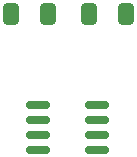
<source format=gbr>
%TF.GenerationSoftware,KiCad,Pcbnew,7.0.10*%
%TF.CreationDate,2024-02-20T22:57:10+05:30*%
%TF.ProjectId,DeskHop,4465736b-486f-4702-9e6b-696361645f70,v1*%
%TF.SameCoordinates,Original*%
%TF.FileFunction,Paste,Top*%
%TF.FilePolarity,Positive*%
%FSLAX46Y46*%
G04 Gerber Fmt 4.6, Leading zero omitted, Abs format (unit mm)*
G04 Created by KiCad (PCBNEW 7.0.10) date 2024-02-20 22:57:10*
%MOMM*%
%LPD*%
G01*
G04 APERTURE LIST*
G04 Aperture macros list*
%AMRoundRect*
0 Rectangle with rounded corners*
0 $1 Rounding radius*
0 $2 $3 $4 $5 $6 $7 $8 $9 X,Y pos of 4 corners*
0 Add a 4 corners polygon primitive as box body*
4,1,4,$2,$3,$4,$5,$6,$7,$8,$9,$2,$3,0*
0 Add four circle primitives for the rounded corners*
1,1,$1+$1,$2,$3*
1,1,$1+$1,$4,$5*
1,1,$1+$1,$6,$7*
1,1,$1+$1,$8,$9*
0 Add four rect primitives between the rounded corners*
20,1,$1+$1,$2,$3,$4,$5,0*
20,1,$1+$1,$4,$5,$6,$7,0*
20,1,$1+$1,$6,$7,$8,$9,0*
20,1,$1+$1,$8,$9,$2,$3,0*%
G04 Aperture macros list end*
%ADD10RoundRect,0.250000X-0.412500X-0.650000X0.412500X-0.650000X0.412500X0.650000X-0.412500X0.650000X0*%
%ADD11RoundRect,0.150000X-0.825000X-0.150000X0.825000X-0.150000X0.825000X0.150000X-0.825000X0.150000X0*%
%ADD12RoundRect,0.250000X0.412500X0.650000X-0.412500X0.650000X-0.412500X-0.650000X0.412500X-0.650000X0*%
G04 APERTURE END LIST*
D10*
%TO.C,C2*%
X69041691Y-74877665D03*
X72166691Y-74877665D03*
%TD*%
D11*
%TO.C,U4*%
X64753070Y-82571110D03*
X64753070Y-83841110D03*
X64753070Y-85111110D03*
X64753070Y-86381110D03*
X69703070Y-86381110D03*
X69703070Y-85111110D03*
X69703070Y-83841110D03*
X69703070Y-82571110D03*
%TD*%
D12*
%TO.C,C1*%
X65572536Y-74929999D03*
X62447536Y-74929999D03*
%TD*%
M02*

</source>
